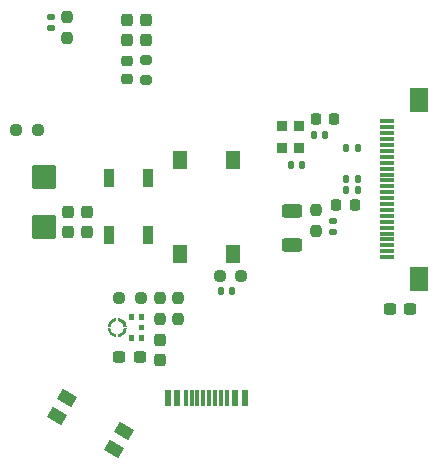
<source format=gbr>
%TF.GenerationSoftware,KiCad,Pcbnew,8.0.7*%
%TF.CreationDate,2025-01-14T11:40:34+01:00*%
%TF.ProjectId,test,74657374-2e6b-4696-9361-645f70636258,rev?*%
%TF.SameCoordinates,PX517370cPY341b1c8*%
%TF.FileFunction,Paste,Top*%
%TF.FilePolarity,Positive*%
%FSLAX46Y46*%
G04 Gerber Fmt 4.6, Leading zero omitted, Abs format (unit mm)*
G04 Created by KiCad (PCBNEW 8.0.7) date 2025-01-14 11:40:34*
%MOMM*%
%LPD*%
G01*
G04 APERTURE LIST*
G04 Aperture macros list*
%AMRoundRect*
0 Rectangle with rounded corners*
0 $1 Rounding radius*
0 $2 $3 $4 $5 $6 $7 $8 $9 X,Y pos of 4 corners*
0 Add a 4 corners polygon primitive as box body*
4,1,4,$2,$3,$4,$5,$6,$7,$8,$9,$2,$3,0*
0 Add four circle primitives for the rounded corners*
1,1,$1+$1,$2,$3*
1,1,$1+$1,$4,$5*
1,1,$1+$1,$6,$7*
1,1,$1+$1,$8,$9*
0 Add four rect primitives between the rounded corners*
20,1,$1+$1,$2,$3,$4,$5,0*
20,1,$1+$1,$4,$5,$6,$7,0*
20,1,$1+$1,$6,$7,$8,$9,0*
20,1,$1+$1,$8,$9,$2,$3,0*%
%AMRotRect*
0 Rectangle, with rotation*
0 The origin of the aperture is its center*
0 $1 length*
0 $2 width*
0 $3 Rotation angle, in degrees counterclockwise*
0 Add horizontal line*
21,1,$1,$2,0,0,$3*%
G04 Aperture macros list end*
%ADD10C,0.000000*%
%ADD11R,0.900000X1.500000*%
%ADD12RoundRect,0.237500X0.237500X-0.300000X0.237500X0.300000X-0.237500X0.300000X-0.237500X-0.300000X0*%
%ADD13RoundRect,0.140000X-0.140000X-0.170000X0.140000X-0.170000X0.140000X0.170000X-0.140000X0.170000X0*%
%ADD14RotRect,1.400000X1.000000X330.000000*%
%ADD15RoundRect,0.200000X0.275000X-0.200000X0.275000X0.200000X-0.275000X0.200000X-0.275000X-0.200000X0*%
%ADD16RoundRect,0.237500X-0.250000X-0.237500X0.250000X-0.237500X0.250000X0.237500X-0.250000X0.237500X0*%
%ADD17R,1.300000X1.550000*%
%ADD18RoundRect,0.237500X0.300000X0.237500X-0.300000X0.237500X-0.300000X-0.237500X0.300000X-0.237500X0*%
%ADD19RoundRect,0.225000X-0.250000X0.225000X-0.250000X-0.225000X0.250000X-0.225000X0.250000X0.225000X0*%
%ADD20RoundRect,0.237500X0.237500X-0.250000X0.237500X0.250000X-0.237500X0.250000X-0.237500X-0.250000X0*%
%ADD21RoundRect,0.237500X-0.237500X0.300000X-0.237500X-0.300000X0.237500X-0.300000X0.237500X0.300000X0*%
%ADD22R,1.300000X0.300000*%
%ADD23R,1.600000X2.000000*%
%ADD24RoundRect,0.140000X0.140000X0.170000X-0.140000X0.170000X-0.140000X-0.170000X0.140000X-0.170000X0*%
%ADD25RoundRect,0.225000X0.225000X0.250000X-0.225000X0.250000X-0.225000X-0.250000X0.225000X-0.250000X0*%
%ADD26RoundRect,0.250000X0.625000X-0.312500X0.625000X0.312500X-0.625000X0.312500X-0.625000X-0.312500X0*%
%ADD27RoundRect,0.225000X-0.225000X-0.250000X0.225000X-0.250000X0.225000X0.250000X-0.225000X0.250000X0*%
%ADD28RoundRect,0.040000X-0.360000X0.410000X-0.360000X-0.410000X0.360000X-0.410000X0.360000X0.410000X0*%
%ADD29RoundRect,0.140000X-0.170000X0.140000X-0.170000X-0.140000X0.170000X-0.140000X0.170000X0.140000X0*%
%ADD30RoundRect,0.237500X-0.237500X0.250000X-0.237500X-0.250000X0.237500X-0.250000X0.237500X0.250000X0*%
%ADD31R,0.600000X1.450000*%
%ADD32R,0.300000X1.450000*%
%ADD33RoundRect,0.237500X0.250000X0.237500X-0.250000X0.237500X-0.250000X-0.237500X0.250000X-0.237500X0*%
%ADD34RoundRect,0.100000X-0.900000X0.900000X-0.900000X-0.900000X0.900000X-0.900000X0.900000X0.900000X0*%
G04 APERTURE END LIST*
%TO.C,MK2*%
G36*
X-6089000Y-9580000D02*
G01*
X-6511000Y-9580000D01*
X-6511000Y-9080000D01*
X-6089000Y-9080000D01*
X-6089000Y-9580000D01*
G37*
G36*
X-6089000Y-10880000D02*
G01*
X-6511000Y-10880000D01*
X-6511000Y-11380000D01*
X-6089000Y-11380000D01*
X-6089000Y-10880000D01*
G37*
G36*
X-5267000Y-9080000D02*
G01*
X-5689000Y-9080000D01*
X-5689000Y-9580000D01*
X-5267000Y-9580000D01*
X-5267000Y-9080000D01*
G37*
G36*
X-5267000Y-9980000D02*
G01*
X-5689000Y-9980000D01*
X-5689000Y-10480000D01*
X-5267000Y-10480000D01*
X-5267000Y-9980000D01*
G37*
G36*
X-5267000Y-11380000D02*
G01*
X-5689000Y-11380000D01*
X-5689000Y-10880000D01*
X-5267000Y-10880000D01*
X-5267000Y-11380000D01*
G37*
D10*
G36*
X-7602000Y-9669700D02*
G01*
X-7711800Y-9690700D01*
X-7815200Y-9732900D01*
X-7908300Y-9794700D01*
X-7987300Y-9873700D01*
X-8049100Y-9966800D01*
X-8091300Y-10070200D01*
X-8112300Y-10180000D01*
X-8363000Y-10180000D01*
X-8335400Y-10014500D01*
X-8274500Y-9858300D01*
X-8182800Y-9717800D01*
X-8064200Y-9599200D01*
X-7923700Y-9507500D01*
X-7767500Y-9446600D01*
X-7602000Y-9419000D01*
X-7602000Y-9669700D01*
G37*
G36*
X-8091300Y-10389800D02*
G01*
X-8049100Y-10493200D01*
X-7987300Y-10586300D01*
X-7908300Y-10665300D01*
X-7815200Y-10727100D01*
X-7711800Y-10769300D01*
X-7602000Y-10790300D01*
X-7602000Y-11041000D01*
X-7767500Y-11013400D01*
X-7923700Y-10952500D01*
X-8064200Y-10860800D01*
X-8182800Y-10742200D01*
X-8274500Y-10601700D01*
X-8335400Y-10445500D01*
X-8363000Y-10280000D01*
X-8112300Y-10280000D01*
X-8091300Y-10389800D01*
G37*
G36*
X-7336500Y-9446600D02*
G01*
X-7180300Y-9507500D01*
X-7039800Y-9599200D01*
X-6921200Y-9717800D01*
X-6829500Y-9858300D01*
X-6768600Y-10014500D01*
X-6741000Y-10180000D01*
X-6991700Y-10180000D01*
X-7012700Y-10070200D01*
X-7054900Y-9966800D01*
X-7116700Y-9873700D01*
X-7195700Y-9794700D01*
X-7288800Y-9732900D01*
X-7392200Y-9690700D01*
X-7502000Y-9669700D01*
X-7502000Y-9419000D01*
X-7336500Y-9446600D01*
G37*
G36*
X-6768600Y-10445500D02*
G01*
X-6829500Y-10601700D01*
X-6921200Y-10742200D01*
X-7039800Y-10860800D01*
X-7180300Y-10952500D01*
X-7336500Y-11013400D01*
X-7502000Y-11041000D01*
X-7502000Y-10790300D01*
X-7392200Y-10769300D01*
X-7288800Y-10727100D01*
X-7195700Y-10665300D01*
X-7116700Y-10586300D01*
X-7054900Y-10493200D01*
X-7012700Y-10389800D01*
X-6991700Y-10280000D01*
X-6741000Y-10280000D01*
X-6768600Y-10445500D01*
G37*
%TD*%
D11*
%TO.C,D4*%
X-8215000Y-2440000D03*
X-4915000Y-2440000D03*
X-4915000Y2460000D03*
X-8215000Y2460000D03*
%TD*%
D12*
%TO.C,C2*%
X-6680000Y14097500D03*
X-6680000Y15822500D03*
%TD*%
D13*
%TO.C,C30*%
X1230000Y-7170000D03*
X2190000Y-7170000D03*
%TD*%
D14*
%TO.C,SW4*%
X-11789872Y-16217547D03*
X-12639871Y-17689790D03*
X-6940128Y-19017547D03*
X-7790129Y-20489791D03*
%TD*%
D15*
%TO.C,R1*%
X-5130000Y10725000D03*
X-5130000Y12375000D03*
%TD*%
D16*
%TO.C,R2*%
X-7392500Y-7750000D03*
X-5567500Y-7750000D03*
%TD*%
D17*
%TO.C,SW5*%
X-2250000Y3975000D03*
X2250000Y3975000D03*
X2250000Y-3975000D03*
X-2250000Y-3975000D03*
%TD*%
D18*
%TO.C,C21*%
X17240000Y-8680000D03*
X15515000Y-8680000D03*
%TD*%
D19*
%TO.C,C1*%
X-6700000Y12325000D03*
X-6700000Y10775000D03*
%TD*%
D18*
%TO.C,C4*%
X-5637500Y-12690000D03*
X-7362500Y-12690000D03*
%TD*%
D20*
%TO.C,R12*%
X-11780000Y14257500D03*
X-11780000Y16082500D03*
%TD*%
D13*
%TO.C,C29*%
X9110000Y6080000D03*
X10070000Y6080000D03*
%TD*%
D21*
%TO.C,C26*%
X-11670000Y-455000D03*
X-11670000Y-2180000D03*
%TD*%
D22*
%TO.C,U3*%
X15330000Y-4280000D03*
X15330000Y-3780000D03*
X15330000Y-3280000D03*
X15330000Y-2780000D03*
X15330000Y-2280000D03*
X15330000Y-1780000D03*
X15330000Y-1280000D03*
X15330000Y-780000D03*
X15330000Y-280000D03*
X15330000Y220000D03*
X15330000Y720000D03*
X15330000Y1220000D03*
X15330000Y1720000D03*
X15330000Y2220000D03*
X15330000Y2720000D03*
X15330000Y3220000D03*
X15330000Y3720000D03*
X15330000Y4220000D03*
X15330000Y4720000D03*
X15330000Y5220000D03*
X15330000Y5720000D03*
X15330000Y6220000D03*
X15330000Y6720000D03*
X15330000Y7220000D03*
D23*
X18010000Y-6130000D03*
X18010000Y9070000D03*
%TD*%
D24*
%TO.C,C33*%
X8120000Y3538000D03*
X7160000Y3538000D03*
%TD*%
D25*
%TO.C,C23*%
X10855000Y7440000D03*
X9305000Y7440000D03*
%TD*%
D16*
%TO.C,R10*%
X-16092500Y6530000D03*
X-14267500Y6530000D03*
%TD*%
D20*
%TO.C,R3*%
X-3949500Y-9552500D03*
X-3949500Y-7727500D03*
%TD*%
D21*
%TO.C,C25*%
X-10120000Y-437500D03*
X-10120000Y-2162500D03*
%TD*%
D24*
%TO.C,C31*%
X11870000Y1390000D03*
X12830000Y1390000D03*
%TD*%
D26*
%TO.C,NC3*%
X7257500Y-3264500D03*
X7257500Y-339500D03*
%TD*%
D12*
%TO.C,C3*%
X-5110000Y14097500D03*
X-5110000Y15822500D03*
%TD*%
D27*
%TO.C,C24*%
X11012500Y148000D03*
X12562500Y148000D03*
%TD*%
D28*
%TO.C,U4*%
X6420000Y6790000D03*
X6420000Y4940000D03*
X7870000Y4940000D03*
X7870000Y6790000D03*
%TD*%
D29*
%TO.C,C13*%
X10740000Y-1190000D03*
X10740000Y-2150000D03*
%TD*%
D30*
%TO.C,R4*%
X-2359500Y-7707500D03*
X-2359500Y-9532500D03*
%TD*%
D31*
%TO.C,P1*%
X-3250000Y-16165000D03*
X-2450000Y-16165000D03*
D32*
X-1250000Y-16165000D03*
X-250000Y-16165000D03*
X250000Y-16165000D03*
X1250000Y-16165000D03*
D31*
X2450000Y-16165000D03*
X3250000Y-16165000D03*
X3250000Y-16165000D03*
X2450000Y-16165000D03*
D32*
X1750000Y-16165000D03*
X750000Y-16165000D03*
X-750000Y-16165000D03*
X-1750000Y-16165000D03*
D31*
X-2450000Y-16165000D03*
X-3250000Y-16165000D03*
%TD*%
D29*
%TO.C,C27*%
X-13170000Y16050000D03*
X-13170000Y15090000D03*
%TD*%
D21*
%TO.C,C5*%
X-3939500Y-11257500D03*
X-3939500Y-12982500D03*
%TD*%
D24*
%TO.C,C9*%
X12830000Y5000000D03*
X11870000Y5000000D03*
%TD*%
D33*
%TO.C,R15*%
X2965000Y-5860000D03*
X1140000Y-5860000D03*
%TD*%
D34*
%TO.C,3v3J2*%
X-13710000Y2516100D03*
X-13710000Y-1751100D03*
%TD*%
D24*
%TO.C,C10*%
X12820000Y2360000D03*
X11860000Y2360000D03*
%TD*%
D20*
%TO.C,R7*%
X9250000Y-2105000D03*
X9250000Y-280000D03*
%TD*%
M02*

</source>
